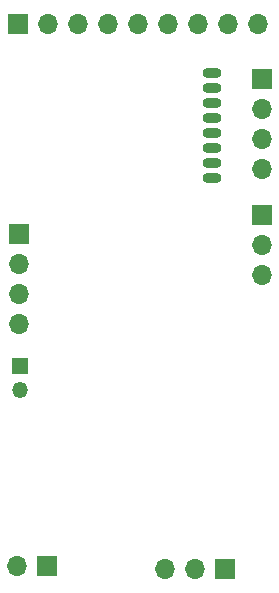
<source format=gbs>
G04 #@! TF.FileFunction,Soldermask,Bot*
%FSLAX46Y46*%
G04 Gerber Fmt 4.6, Leading zero omitted, Abs format (unit mm)*
G04 Created by KiCad (PCBNEW 4.0.2+dfsg1-stable) date Wed 06 Sep 2017 09:14:37 PM CST*
%MOMM*%
G01*
G04 APERTURE LIST*
%ADD10C,0.100000*%
%ADD11R,1.700000X1.700000*%
%ADD12O,1.700000X1.700000*%
%ADD13O,1.600000X0.900000*%
%ADD14R,1.350000X1.350000*%
%ADD15O,1.350000X1.350000*%
G04 APERTURE END LIST*
D10*
D11*
X102362000Y-97726500D03*
D12*
X102362000Y-100266500D03*
X102362000Y-102806500D03*
X102362000Y-105346500D03*
D11*
X104673600Y-125857200D03*
D12*
X102133600Y-125857200D03*
D11*
X119812000Y-126111200D03*
D12*
X117272000Y-126111200D03*
X114732000Y-126111200D03*
D11*
X122936000Y-96139000D03*
D12*
X122936000Y-98679000D03*
X122936000Y-101219000D03*
D13*
X118682000Y-84119000D03*
X118682000Y-85389000D03*
X118682000Y-86659000D03*
X118682000Y-87929000D03*
X118682000Y-89199000D03*
X118682000Y-90469000D03*
X118682000Y-91739000D03*
X118682000Y-93009000D03*
D11*
X102235000Y-80010000D03*
D12*
X104775000Y-80010000D03*
X107315000Y-80010000D03*
X109855000Y-80010000D03*
X112395000Y-80010000D03*
X114935000Y-80010000D03*
X117475000Y-80010000D03*
X120015000Y-80010000D03*
X122555000Y-80010000D03*
D11*
X122936000Y-84645500D03*
D12*
X122936000Y-87185500D03*
X122936000Y-89725500D03*
X122936000Y-92265500D03*
D14*
X102387400Y-108940600D03*
D15*
X102387400Y-110940600D03*
M02*

</source>
